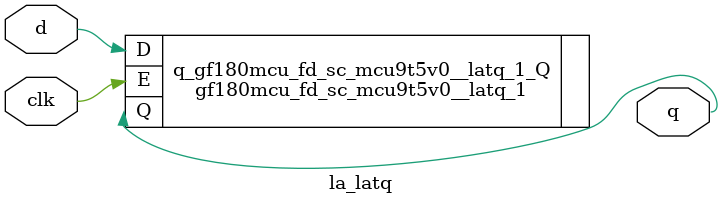
<source format=v>
/* Generated by Yosys 0.37 (git sha1 a5c7f69ed, clang 14.0.0-1ubuntu1.1 -fPIC -Os) */

module la_latq(d, clk, q);
  input clk;
  wire clk;
  input d;
  wire d;
  output q;
  wire q;
  gf180mcu_fd_sc_mcu9t5v0__latq_1 q_gf180mcu_fd_sc_mcu9t5v0__latq_1_Q (
    .D(d),
    .E(clk),
    .Q(q)
  );
endmodule

</source>
